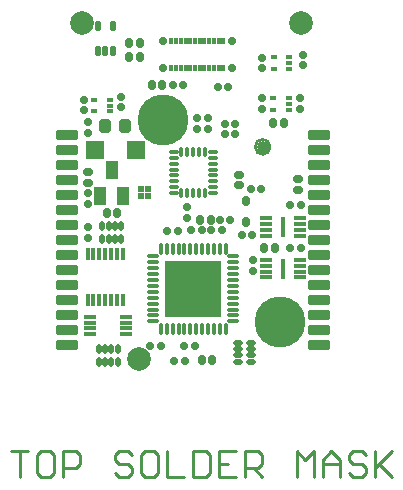
<source format=gbr>
%TF.GenerationSoftware,Altium Limited,Altium Designer,20.1.11 (218)*%
G04 Layer_Color=8388736*
%FSLAX26Y26*%
%MOIN*%
%TF.SameCoordinates,F1652399-7491-40A6-9504-01A14B245E9D*%
%TF.FilePolarity,Negative*%
%TF.FileFunction,Soldermask,Top*%
%TF.Part,Single*%
G01*
G75*
%TA.AperFunction,NonConductor*%
%ADD61C,0.010000*%
%TA.AperFunction,ComponentPad*%
%ADD62C,0.040000*%
%TA.AperFunction,NonConductor*%
%ADD66C,0.009842*%
%TA.AperFunction,SMDPad,CuDef*%
G04:AMPARAMS|DCode=91|XSize=25.984mil|YSize=24.016mil|CornerRadius=6.988mil|HoleSize=0mil|Usage=FLASHONLY|Rotation=0.000|XOffset=0mil|YOffset=0mil|HoleType=Round|Shape=RoundedRectangle|*
%AMROUNDEDRECTD91*
21,1,0.025984,0.010040,0,0,0.0*
21,1,0.012008,0.024016,0,0,0.0*
1,1,0.013976,0.006004,-0.005020*
1,1,0.013976,-0.006004,-0.005020*
1,1,0.013976,-0.006004,0.005020*
1,1,0.013976,0.006004,0.005020*
%
%ADD91ROUNDEDRECTD91*%
G04:AMPARAMS|DCode=92|XSize=25.984mil|YSize=24.016mil|CornerRadius=6.988mil|HoleSize=0mil|Usage=FLASHONLY|Rotation=90.000|XOffset=0mil|YOffset=0mil|HoleType=Round|Shape=RoundedRectangle|*
%AMROUNDEDRECTD92*
21,1,0.025984,0.010040,0,0,90.0*
21,1,0.012008,0.024016,0,0,90.0*
1,1,0.013976,0.005020,0.006004*
1,1,0.013976,0.005020,-0.006004*
1,1,0.013976,-0.005020,-0.006004*
1,1,0.013976,-0.005020,0.006004*
%
%ADD92ROUNDEDRECTD92*%
%ADD94C,0.078740*%
%TA.AperFunction,ViaPad*%
%ADD96C,0.170000*%
%TA.AperFunction,SMDPad,CuDef*%
%ADD98R,0.039039X0.015811*%
%ADD99R,0.011874X0.066992*%
%ADD100R,0.044370X0.060118*%
G04:AMPARAMS|DCode=101|XSize=31.496mil|YSize=24.016mil|CornerRadius=6.988mil|HoleSize=0mil|Usage=FLASHONLY|Rotation=90.000|XOffset=0mil|YOffset=0mil|HoleType=Round|Shape=RoundedRectangle|*
%AMROUNDEDRECTD101*
21,1,0.031496,0.010040,0,0,90.0*
21,1,0.017520,0.024016,0,0,90.0*
1,1,0.013976,0.005020,0.008760*
1,1,0.013976,0.005020,-0.008760*
1,1,0.013976,-0.005020,-0.008760*
1,1,0.013976,-0.005020,0.008760*
%
%ADD101ROUNDEDRECTD101*%
G04:AMPARAMS|DCode=102|XSize=30.591mil|YSize=20.748mil|CornerRadius=6.437mil|HoleSize=0mil|Usage=FLASHONLY|Rotation=180.000|XOffset=0mil|YOffset=0mil|HoleType=Round|Shape=RoundedRectangle|*
%AMROUNDEDRECTD102*
21,1,0.030591,0.007874,0,0,180.0*
21,1,0.017717,0.020748,0,0,180.0*
1,1,0.012874,-0.008858,0.003937*
1,1,0.012874,0.008858,0.003937*
1,1,0.012874,0.008858,-0.003937*
1,1,0.012874,-0.008858,-0.003937*
%
%ADD102ROUNDEDRECTD102*%
G04:AMPARAMS|DCode=103|XSize=30.591mil|YSize=16.811mil|CornerRadius=5.453mil|HoleSize=0mil|Usage=FLASHONLY|Rotation=180.000|XOffset=0mil|YOffset=0mil|HoleType=Round|Shape=RoundedRectangle|*
%AMROUNDEDRECTD103*
21,1,0.030591,0.005905,0,0,180.0*
21,1,0.019685,0.016811,0,0,180.0*
1,1,0.010906,-0.009842,0.002953*
1,1,0.010906,0.009842,0.002953*
1,1,0.010906,0.009842,-0.002953*
1,1,0.010906,-0.009842,-0.002953*
%
%ADD103ROUNDEDRECTD103*%
G04:AMPARAMS|DCode=104|XSize=30.591mil|YSize=24.685mil|CornerRadius=4.468mil|HoleSize=0mil|Usage=FLASHONLY|Rotation=90.000|XOffset=0mil|YOffset=0mil|HoleType=Round|Shape=RoundedRectangle|*
%AMROUNDEDRECTD104*
21,1,0.030591,0.015748,0,0,90.0*
21,1,0.021654,0.024685,0,0,90.0*
1,1,0.008937,0.007874,0.010827*
1,1,0.008937,0.007874,-0.010827*
1,1,0.008937,-0.007874,-0.010827*
1,1,0.008937,-0.007874,0.010827*
%
%ADD104ROUNDEDRECTD104*%
%ADD105R,0.023654X0.017748*%
G04:AMPARAMS|DCode=106|XSize=31.496mil|YSize=24.016mil|CornerRadius=6.988mil|HoleSize=0mil|Usage=FLASHONLY|Rotation=180.000|XOffset=0mil|YOffset=0mil|HoleType=Round|Shape=RoundedRectangle|*
%AMROUNDEDRECTD106*
21,1,0.031496,0.010040,0,0,180.0*
21,1,0.017520,0.024016,0,0,180.0*
1,1,0.013976,-0.008760,0.005020*
1,1,0.013976,0.008760,0.005020*
1,1,0.013976,0.008760,-0.005020*
1,1,0.013976,-0.008760,-0.005020*
%
%ADD106ROUNDEDRECTD106*%
G04:AMPARAMS|DCode=107|XSize=20.748mil|YSize=30.591mil|CornerRadius=4.468mil|HoleSize=0mil|Usage=FLASHONLY|Rotation=180.000|XOffset=0mil|YOffset=0mil|HoleType=Round|Shape=RoundedRectangle|*
%AMROUNDEDRECTD107*
21,1,0.020748,0.021654,0,0,180.0*
21,1,0.011811,0.030591,0,0,180.0*
1,1,0.008937,-0.005906,0.010827*
1,1,0.008937,0.005906,0.010827*
1,1,0.008937,0.005906,-0.010827*
1,1,0.008937,-0.005906,-0.010827*
%
%ADD107ROUNDEDRECTD107*%
%ADD108R,0.044370X0.018000*%
%ADD109R,0.017000X0.043370*%
%ADD110R,0.064055X0.064055*%
%ADD111R,0.189039X0.189039*%
%ADD112O,0.041402X0.013842*%
%ADD113O,0.013842X0.041402*%
G04:AMPARAMS|DCode=114|XSize=14.842mil|YSize=30.591mil|CornerRadius=3.73mil|HoleSize=0mil|Usage=FLASHONLY|Rotation=0.000|XOffset=0mil|YOffset=0mil|HoleType=Round|Shape=RoundedRectangle|*
%AMROUNDEDRECTD114*
21,1,0.014842,0.023130,0,0,0.0*
21,1,0.007382,0.030591,0,0,0.0*
1,1,0.007461,0.003691,-0.011565*
1,1,0.007461,-0.003691,-0.011565*
1,1,0.007461,-0.003691,0.011565*
1,1,0.007461,0.003691,0.011565*
%
%ADD114ROUNDEDRECTD114*%
G04:AMPARAMS|DCode=115|XSize=14.842mil|YSize=30.591mil|CornerRadius=3.73mil|HoleSize=0mil|Usage=FLASHONLY|Rotation=90.000|XOffset=0mil|YOffset=0mil|HoleType=Round|Shape=RoundedRectangle|*
%AMROUNDEDRECTD115*
21,1,0.014842,0.023130,0,0,90.0*
21,1,0.007382,0.030591,0,0,90.0*
1,1,0.007461,0.011565,0.003691*
1,1,0.007461,0.011565,-0.003691*
1,1,0.007461,-0.011565,-0.003691*
1,1,0.007461,-0.011565,0.003691*
%
%ADD115ROUNDEDRECTD115*%
G04:AMPARAMS|DCode=116|XSize=14.449mil|YSize=22.716mil|CornerRadius=4.862mil|HoleSize=0mil|Usage=FLASHONLY|Rotation=180.000|XOffset=0mil|YOffset=0mil|HoleType=Round|Shape=RoundedRectangle|*
%AMROUNDEDRECTD116*
21,1,0.014449,0.012992,0,0,180.0*
21,1,0.004724,0.022716,0,0,180.0*
1,1,0.009724,-0.002362,0.006496*
1,1,0.009724,0.002362,0.006496*
1,1,0.009724,0.002362,-0.006496*
1,1,0.009724,-0.002362,-0.006496*
%
%ADD116ROUNDEDRECTD116*%
G04:AMPARAMS|DCode=117|XSize=24.685mil|YSize=23.504mil|CornerRadius=7.126mil|HoleSize=0mil|Usage=FLASHONLY|Rotation=180.000|XOffset=0mil|YOffset=0mil|HoleType=Round|Shape=RoundedRectangle|*
%AMROUNDEDRECTD117*
21,1,0.024685,0.009252,0,0,180.0*
21,1,0.010433,0.023504,0,0,180.0*
1,1,0.014252,-0.005216,0.004626*
1,1,0.014252,0.005216,0.004626*
1,1,0.014252,0.005216,-0.004626*
1,1,0.014252,-0.005216,-0.004626*
%
%ADD117ROUNDEDRECTD117*%
G04:AMPARAMS|DCode=118|XSize=44.37mil|YSize=40.433mil|CornerRadius=6.929mil|HoleSize=0mil|Usage=FLASHONLY|Rotation=90.000|XOffset=0mil|YOffset=0mil|HoleType=Round|Shape=RoundedRectangle|*
%AMROUNDEDRECTD118*
21,1,0.044370,0.026575,0,0,90.0*
21,1,0.030512,0.040433,0,0,90.0*
1,1,0.013858,0.013287,0.015256*
1,1,0.013858,0.013287,-0.015256*
1,1,0.013858,-0.013287,-0.015256*
1,1,0.013858,-0.013287,0.015256*
%
%ADD118ROUNDEDRECTD118*%
G04:AMPARAMS|DCode=119|XSize=30.591mil|YSize=20.748mil|CornerRadius=6.437mil|HoleSize=0mil|Usage=FLASHONLY|Rotation=90.000|XOffset=0mil|YOffset=0mil|HoleType=Round|Shape=RoundedRectangle|*
%AMROUNDEDRECTD119*
21,1,0.030591,0.007874,0,0,90.0*
21,1,0.017717,0.020748,0,0,90.0*
1,1,0.012874,0.003937,0.008858*
1,1,0.012874,0.003937,-0.008858*
1,1,0.012874,-0.003937,-0.008858*
1,1,0.012874,-0.003937,0.008858*
%
%ADD119ROUNDEDRECTD119*%
G04:AMPARAMS|DCode=120|XSize=30.591mil|YSize=16.811mil|CornerRadius=5.453mil|HoleSize=0mil|Usage=FLASHONLY|Rotation=90.000|XOffset=0mil|YOffset=0mil|HoleType=Round|Shape=RoundedRectangle|*
%AMROUNDEDRECTD120*
21,1,0.030591,0.005905,0,0,90.0*
21,1,0.019685,0.016811,0,0,90.0*
1,1,0.010906,0.002953,0.009842*
1,1,0.010906,0.002953,-0.009842*
1,1,0.010906,-0.002953,-0.009842*
1,1,0.010906,-0.002953,0.009842*
%
%ADD120ROUNDEDRECTD120*%
%ADD121R,0.020748X0.020748*%
%TA.AperFunction,ComponentPad*%
G04:AMPARAMS|DCode=122|XSize=36.496mil|YSize=75.866mil|CornerRadius=10.374mil|HoleSize=0mil|Usage=FLASHONLY|Rotation=270.000|XOffset=0mil|YOffset=0mil|HoleType=Round|Shape=RoundedRectangle|*
%AMROUNDEDRECTD122*
21,1,0.036496,0.055118,0,0,270.0*
21,1,0.015748,0.075866,0,0,270.0*
1,1,0.020748,-0.027559,-0.007874*
1,1,0.020748,-0.027559,0.007874*
1,1,0.020748,0.027559,0.007874*
1,1,0.020748,0.027559,-0.007874*
%
%ADD122ROUNDEDRECTD122*%
D61*
X675473Y749058D02*
G03*
X675473Y749058I-25000J0D01*
G01*
D62*
X650473D02*
D03*
D66*
X-188000Y-264414D02*
X-130276D01*
X-159138D01*
Y-351000D01*
X-58121Y-264414D02*
X-86983D01*
X-101414Y-278845D01*
Y-336569D01*
X-86983Y-351000D01*
X-58121D01*
X-43690Y-336569D01*
Y-278845D01*
X-58121Y-264414D01*
X-14828Y-351000D02*
Y-264414D01*
X28465D01*
X42897Y-278845D01*
Y-307707D01*
X28465Y-322138D01*
X-14828D01*
X216069Y-278845D02*
X201638Y-264414D01*
X172776D01*
X158345Y-278845D01*
Y-293276D01*
X172776Y-307707D01*
X201638D01*
X216069Y-322138D01*
Y-336569D01*
X201638Y-351000D01*
X172776D01*
X158345Y-336569D01*
X288224Y-264414D02*
X259362D01*
X244931Y-278845D01*
Y-336569D01*
X259362Y-351000D01*
X288224D01*
X302655Y-336569D01*
Y-278845D01*
X288224Y-264414D01*
X331517D02*
Y-351000D01*
X389241D01*
X418103Y-264414D02*
Y-351000D01*
X461397D01*
X475827Y-336569D01*
Y-278845D01*
X461397Y-264414D01*
X418103D01*
X562414D02*
X504690D01*
Y-351000D01*
X562414D01*
X504690Y-307707D02*
X533552D01*
X591276Y-351000D02*
Y-264414D01*
X634569D01*
X649000Y-278845D01*
Y-307707D01*
X634569Y-322138D01*
X591276D01*
X620138D02*
X649000Y-351000D01*
X764448D02*
Y-264414D01*
X793310Y-293276D01*
X822172Y-264414D01*
Y-351000D01*
X851034D02*
Y-293276D01*
X879896Y-264414D01*
X908759Y-293276D01*
Y-351000D01*
Y-307707D01*
X851034D01*
X995345Y-278845D02*
X980914Y-264414D01*
X952052D01*
X937621Y-278845D01*
Y-293276D01*
X952052Y-307707D01*
X980914D01*
X995345Y-322138D01*
Y-336569D01*
X980914Y-351000D01*
X952052D01*
X937621Y-336569D01*
X1024207Y-264414D02*
Y-351000D01*
Y-322138D01*
X1081931Y-264414D01*
X1038638Y-307707D01*
X1081931Y-351000D01*
D91*
X783424Y1021341D02*
D03*
Y1056774D02*
D03*
X648424Y1046770D02*
D03*
Y1011337D02*
D03*
X66924Y594490D02*
D03*
Y559057D02*
D03*
X618434Y336346D02*
D03*
Y371779D02*
D03*
X68894Y795277D02*
D03*
Y830710D02*
D03*
X53424Y871337D02*
D03*
Y906769D02*
D03*
X431000Y843716D02*
D03*
Y808284D02*
D03*
X523424Y826779D02*
D03*
Y791346D02*
D03*
X558424D02*
D03*
Y826779D02*
D03*
X397414Y547769D02*
D03*
Y512337D02*
D03*
X469000Y808284D02*
D03*
Y843716D02*
D03*
X775584Y875986D02*
D03*
Y911419D02*
D03*
X178424Y881346D02*
D03*
Y916779D02*
D03*
X647634Y875986D02*
D03*
Y911419D02*
D03*
X66924Y444887D02*
D03*
Y480320D02*
D03*
D92*
X350713Y954058D02*
D03*
X386146D02*
D03*
X500703Y949058D02*
D03*
X536136D02*
D03*
X646146Y609068D02*
D03*
X610713D02*
D03*
X743188Y410198D02*
D03*
X778621D02*
D03*
X366886Y469478D02*
D03*
X331453D02*
D03*
X311026Y84648D02*
D03*
X275593D02*
D03*
X479408Y470478D02*
D03*
X514841D02*
D03*
X507873Y505908D02*
D03*
X543306D02*
D03*
X743188Y553748D02*
D03*
X778621D02*
D03*
X446851Y470478D02*
D03*
X411418D02*
D03*
X389768Y84648D02*
D03*
X425201D02*
D03*
X390541Y35438D02*
D03*
X355108D02*
D03*
X580703Y454058D02*
D03*
X616136D02*
D03*
D94*
X237000Y43000D02*
D03*
X47244Y1161417D02*
D03*
X778424D02*
D03*
D96*
X708424Y164058D02*
D03*
X318424Y839058D02*
D03*
D98*
X661694Y372800D02*
D03*
Y353116D02*
D03*
Y333430D02*
D03*
Y313746D02*
D03*
X773504D02*
D03*
Y333430D02*
D03*
Y353116D02*
D03*
Y372800D02*
D03*
X661694Y512405D02*
D03*
Y492721D02*
D03*
Y473035D02*
D03*
Y453351D02*
D03*
X773504D02*
D03*
Y473035D02*
D03*
Y492721D02*
D03*
Y512405D02*
D03*
D99*
X717600Y343274D02*
D03*
Y482879D02*
D03*
D100*
X109598Y583693D02*
D03*
X147000Y670307D02*
D03*
X184402Y583693D02*
D03*
D101*
X205713Y1094058D02*
D03*
X241146D02*
D03*
Y1049068D02*
D03*
X205713D02*
D03*
X280703Y954058D02*
D03*
X316136D02*
D03*
X721146Y829058D02*
D03*
X685713D02*
D03*
X482286Y38468D02*
D03*
X446853D02*
D03*
X478346Y505908D02*
D03*
X442913D02*
D03*
X656573Y410198D02*
D03*
X692006D02*
D03*
X165547Y528023D02*
D03*
X130114D02*
D03*
D102*
X610233Y33467D02*
D03*
Y96459D02*
D03*
X566926Y33467D02*
D03*
Y96459D02*
D03*
D103*
X610233Y74805D02*
D03*
Y55120D02*
D03*
X566926D02*
D03*
Y74805D02*
D03*
D104*
X593424Y498612D02*
D03*
Y569478D02*
D03*
D105*
X740004Y1009378D02*
D03*
Y1029064D02*
D03*
Y1048748D02*
D03*
X686854D02*
D03*
Y1009378D02*
D03*
X737204Y872048D02*
D03*
Y891734D02*
D03*
Y911418D02*
D03*
X684054D02*
D03*
Y872048D02*
D03*
X141024Y867048D02*
D03*
Y886734D02*
D03*
Y906418D02*
D03*
X87874D02*
D03*
Y867048D02*
D03*
D106*
X768424Y606346D02*
D03*
Y641779D02*
D03*
X66924Y665360D02*
D03*
Y629927D02*
D03*
X573000Y621284D02*
D03*
Y656716D02*
D03*
D107*
X100394Y1150597D02*
D03*
X151575D02*
D03*
Y1069889D02*
D03*
X125984D02*
D03*
X100394D02*
D03*
D108*
X76383Y124020D02*
D03*
Y143706D02*
D03*
Y163390D02*
D03*
Y183076D02*
D03*
X195265D02*
D03*
Y163390D02*
D03*
Y143706D02*
D03*
Y124020D02*
D03*
D109*
X66930Y237804D02*
D03*
X86616D02*
D03*
X106300D02*
D03*
X125986D02*
D03*
X145670D02*
D03*
Y392120D02*
D03*
X125986D02*
D03*
X106300D02*
D03*
X86616D02*
D03*
X66930D02*
D03*
X165356Y237804D02*
D03*
X185040D02*
D03*
X165356Y392120D02*
D03*
X185040D02*
D03*
D110*
X228348Y738190D02*
D03*
X90552D02*
D03*
D111*
X419292Y275592D02*
D03*
D112*
X286418Y167324D02*
D03*
Y187008D02*
D03*
Y206694D02*
D03*
Y226378D02*
D03*
Y246064D02*
D03*
Y265748D02*
D03*
Y285434D02*
D03*
Y305120D02*
D03*
Y324804D02*
D03*
Y344490D02*
D03*
Y364174D02*
D03*
Y383860D02*
D03*
X552166D02*
D03*
Y364174D02*
D03*
Y344490D02*
D03*
Y324804D02*
D03*
Y305120D02*
D03*
Y285434D02*
D03*
Y265748D02*
D03*
Y246064D02*
D03*
Y226378D02*
D03*
Y206694D02*
D03*
Y187008D02*
D03*
Y167324D02*
D03*
D113*
X311024Y408466D02*
D03*
X330710D02*
D03*
X350394D02*
D03*
X370080D02*
D03*
X389764D02*
D03*
X409450D02*
D03*
X429134D02*
D03*
X448820D02*
D03*
X468504D02*
D03*
X488190D02*
D03*
X507874D02*
D03*
X527560D02*
D03*
Y142718D02*
D03*
X507874D02*
D03*
X488190D02*
D03*
X468504D02*
D03*
X448820D02*
D03*
X429134D02*
D03*
X409450D02*
D03*
X389764D02*
D03*
X370080D02*
D03*
X350394D02*
D03*
X330710D02*
D03*
X311024D02*
D03*
D114*
X458663Y732284D02*
D03*
X438977D02*
D03*
X419293D02*
D03*
X399607D02*
D03*
X379923D02*
D03*
Y594490D02*
D03*
X399607D02*
D03*
X419293D02*
D03*
X438977D02*
D03*
X458663D02*
D03*
D115*
X354331Y633860D02*
D03*
Y653544D02*
D03*
Y673230D02*
D03*
Y692914D02*
D03*
Y712600D02*
D03*
Y732284D02*
D03*
Y614174D02*
D03*
Y594490D02*
D03*
X484253Y732284D02*
D03*
Y712600D02*
D03*
Y594490D02*
D03*
Y614174D02*
D03*
Y633860D02*
D03*
Y653544D02*
D03*
Y673230D02*
D03*
Y692914D02*
D03*
D116*
X425197Y1103347D02*
D03*
X440945D02*
D03*
X456693D02*
D03*
X472442D02*
D03*
X488190D02*
D03*
X503938D02*
D03*
X519686D02*
D03*
X409450D02*
D03*
X393702D02*
D03*
X377954D02*
D03*
X362205D02*
D03*
X346457D02*
D03*
X425197Y1010827D02*
D03*
X440945D02*
D03*
X456693D02*
D03*
X472442D02*
D03*
X488190D02*
D03*
X503938D02*
D03*
X519686D02*
D03*
X409450D02*
D03*
X393702D02*
D03*
X377954D02*
D03*
X362205D02*
D03*
X346457D02*
D03*
D117*
X316930Y1012009D02*
D03*
Y1102167D02*
D03*
X549213D02*
D03*
Y1012009D02*
D03*
D118*
X192914Y816930D02*
D03*
X125986D02*
D03*
D119*
X116143Y440950D02*
D03*
X179136D02*
D03*
X116143Y484257D02*
D03*
X179136D02*
D03*
X167326Y74806D02*
D03*
X104333D02*
D03*
X167326Y31500D02*
D03*
X104333D02*
D03*
D120*
X157482Y440950D02*
D03*
X137797D02*
D03*
Y484257D02*
D03*
X157482D02*
D03*
X125987Y74806D02*
D03*
X145672D02*
D03*
Y31500D02*
D03*
X125987D02*
D03*
D121*
X267715Y609047D02*
D03*
Y585425D02*
D03*
X244093D02*
D03*
Y609047D02*
D03*
D122*
X0Y88190D02*
D03*
Y138190D02*
D03*
Y188190D02*
D03*
Y238190D02*
D03*
Y288190D02*
D03*
Y338190D02*
D03*
Y388190D02*
D03*
Y438190D02*
D03*
Y488190D02*
D03*
Y538190D02*
D03*
Y588190D02*
D03*
Y638190D02*
D03*
Y688190D02*
D03*
Y738190D02*
D03*
Y788190D02*
D03*
X838583Y88190D02*
D03*
Y138190D02*
D03*
Y188190D02*
D03*
Y238190D02*
D03*
Y288190D02*
D03*
Y338190D02*
D03*
Y388190D02*
D03*
Y438190D02*
D03*
Y488190D02*
D03*
Y538190D02*
D03*
Y588190D02*
D03*
Y638190D02*
D03*
Y688190D02*
D03*
Y738190D02*
D03*
Y788190D02*
D03*
%TF.MD5,50685b5330967688e026536082fdd9ce*%
M02*

</source>
